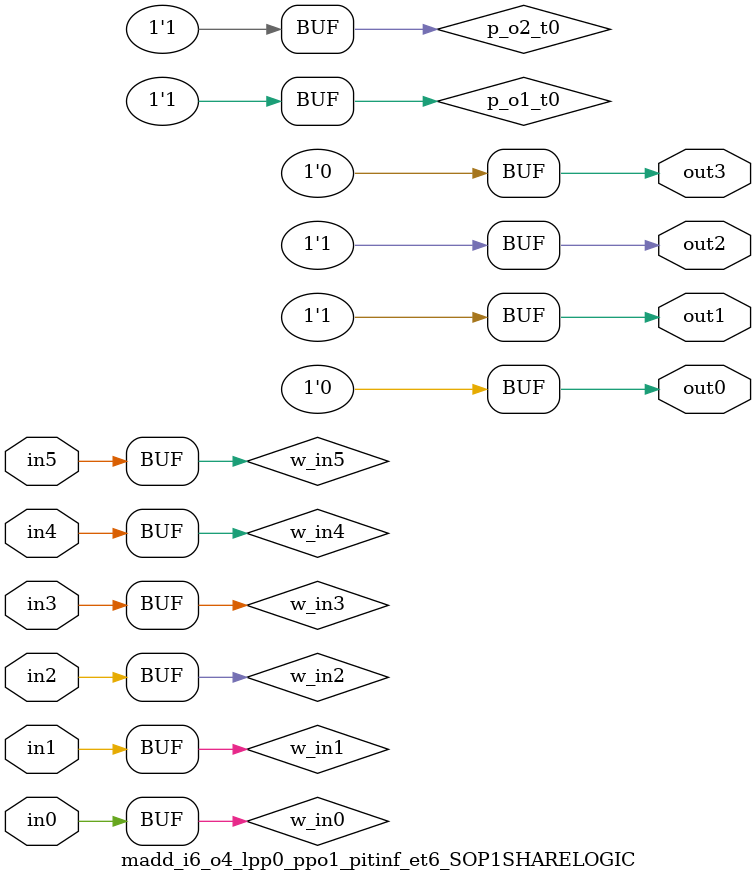
<source format=v>
module madd_i6_o4_lpp0_ppo1_pitinf_et6_SOP1SHARELOGIC (in0, in1, in2, in3, in4, in5, out0, out1, out2, out3);
// declaring inputs
input in0,  in1,  in2,  in3,  in4,  in5;
// declaring outputs
output out0,  out1,  out2,  out3;
// JSON model input
wire w_in5, w_in4, w_in3, w_in2, w_in1, w_in0;
// JSON model output
wire w_g29, w_g46, w_g52, w_g54;
//json model
wire p_o0_t0, p_o1_t0, p_o2_t0, p_o3_t0;
// JSON model input assign
assign w_in5 = in5;
assign w_in4 = in4;
assign w_in3 = in3;
assign w_in2 = in2;
assign w_in1 = in1;
assign w_in0 = in0;
//json model assigns (approximated/XPATed part)
assign out0 = 0;
assign p_o1_t0 = 1;
assign out1 = p_o1_t0;
assign p_o2_t0 = 1;
assign out2 = p_o2_t0;
assign out3 = 0;
endmodule
</source>
